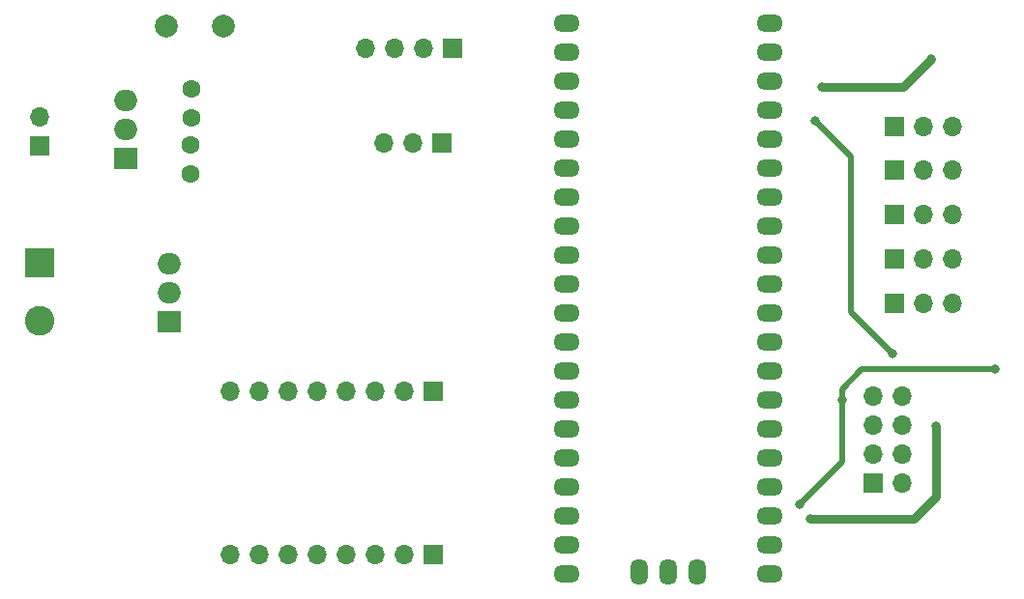
<source format=gbr>
%TF.GenerationSoftware,KiCad,Pcbnew,(6.0.6)*%
%TF.CreationDate,2022-09-26T11:51:03+02:00*%
%TF.ProjectId,pico_w_rover,7069636f-5f77-45f7-926f-7665722e6b69,rev?*%
%TF.SameCoordinates,Original*%
%TF.FileFunction,Copper,L1,Top*%
%TF.FilePolarity,Positive*%
%FSLAX46Y46*%
G04 Gerber Fmt 4.6, Leading zero omitted, Abs format (unit mm)*
G04 Created by KiCad (PCBNEW (6.0.6)) date 2022-09-26 11:51:03*
%MOMM*%
%LPD*%
G01*
G04 APERTURE LIST*
%TA.AperFunction,ComponentPad*%
%ADD10R,1.700000X1.700000*%
%TD*%
%TA.AperFunction,ComponentPad*%
%ADD11O,1.700000X1.700000*%
%TD*%
%TA.AperFunction,ComponentPad*%
%ADD12C,1.600000*%
%TD*%
%TA.AperFunction,ComponentPad*%
%ADD13C,2.000000*%
%TD*%
%TA.AperFunction,ComponentPad*%
%ADD14O,2.300000X1.524000*%
%TD*%
%TA.AperFunction,ComponentPad*%
%ADD15O,1.524000X2.300000*%
%TD*%
%TA.AperFunction,ComponentPad*%
%ADD16R,2.000000X1.905000*%
%TD*%
%TA.AperFunction,ComponentPad*%
%ADD17O,2.000000X1.905000*%
%TD*%
%TA.AperFunction,ComponentPad*%
%ADD18R,2.600000X2.600000*%
%TD*%
%TA.AperFunction,ComponentPad*%
%ADD19C,2.600000*%
%TD*%
%TA.AperFunction,ViaPad*%
%ADD20C,0.800000*%
%TD*%
%TA.AperFunction,Conductor*%
%ADD21C,0.508000*%
%TD*%
%TA.AperFunction,Conductor*%
%ADD22C,0.762000*%
%TD*%
G04 APERTURE END LIST*
D10*
%TO.P,S2,1,Pin_1*%
%TO.N,S2*%
X182350066Y-89200185D03*
D11*
%TO.P,S2,2,Pin_2*%
%TO.N,+5V*%
X184890066Y-89200185D03*
%TO.P,S2,3,Pin_3*%
%TO.N,GND*%
X187430066Y-89200185D03*
%TD*%
D10*
%TO.P,S6,1,Pin_1*%
%TO.N,S6*%
X142744794Y-79009677D03*
D11*
%TO.P,S6,2,Pin_2*%
%TO.N,+5V*%
X140204794Y-79009677D03*
%TO.P,S6,3,Pin_3*%
%TO.N,GND*%
X137664794Y-79009677D03*
%TD*%
D10*
%TO.P,NRF24L1,1,Pin_1*%
%TO.N,MISO*%
X180480000Y-108870000D03*
D11*
%TO.P,NRF24L1,2,Pin_2*%
%TO.N,IRQ*%
X183020000Y-108870000D03*
%TO.P,NRF24L1,3,Pin_3*%
%TO.N,SCK*%
X180480000Y-106330000D03*
%TO.P,NRF24L1,4,Pin_4*%
%TO.N,MOSI*%
X183020000Y-106330000D03*
%TO.P,NRF24L1,5,Pin_5*%
%TO.N,CE*%
X180480000Y-103790000D03*
%TO.P,NRF24L1,6,Pin_6*%
%TO.N,CNS*%
X183020000Y-103790000D03*
%TO.P,NRF24L1,7,Pin_7*%
%TO.N,GND*%
X180480000Y-101250000D03*
%TO.P,NRF24L1,8,Pin_8*%
%TO.N,+3V3*%
X183020000Y-101250000D03*
%TD*%
D10*
%TO.P,DRV2,1,Pin_1*%
%TO.N,GND*%
X142001709Y-115081334D03*
D11*
%TO.P,DRV2,2,Pin_2*%
%TO.N,+5V*%
X139461709Y-115081334D03*
%TO.P,DRV2,3,Pin_3*%
%TO.N,DRV2_ENB*%
X136921709Y-115081334D03*
%TO.P,DRV2,4,Pin_4*%
%TO.N,DRV2_IN4*%
X134381709Y-115081334D03*
%TO.P,DRV2,5,Pin_5*%
%TO.N,DRV2_IN3*%
X131841709Y-115081334D03*
%TO.P,DRV2,6,Pin_6*%
%TO.N,DRV2_IN2*%
X129301709Y-115081334D03*
%TO.P,DRV2,7,Pin_7*%
%TO.N,DRV2_IN1*%
X126761709Y-115081334D03*
%TO.P,DRV2,8,Pin_8*%
%TO.N,DRV2_ENA*%
X124221709Y-115081334D03*
%TD*%
D12*
%TO.P,C2,1*%
%TO.N,+12V*%
X120774938Y-81744299D03*
%TO.P,C2,2*%
%TO.N,GND*%
X120774938Y-79244299D03*
%TD*%
D10*
%TO.P,S5,1,Pin_1*%
%TO.N,S5*%
X182350066Y-77568768D03*
D11*
%TO.P,S5,2,Pin_2*%
%TO.N,+5V*%
X184890066Y-77568768D03*
%TO.P,S5,3,Pin_3*%
%TO.N,GND*%
X187430066Y-77568768D03*
%TD*%
D10*
%TO.P,S4,1,Pin_1*%
%TO.N,S4*%
X182350066Y-81445907D03*
D11*
%TO.P,S4,2,Pin_2*%
%TO.N,+5V*%
X184890066Y-81445907D03*
%TO.P,S4,3,Pin_3*%
%TO.N,GND*%
X187430066Y-81445907D03*
%TD*%
D13*
%TO.P,C1,1*%
%TO.N,+5V*%
X123615284Y-68762940D03*
%TO.P,C1,2*%
%TO.N,GND*%
X118615284Y-68762940D03*
%TD*%
D10*
%TO.P,S3,1,Pin_1*%
%TO.N,S3*%
X182350066Y-85323046D03*
D11*
%TO.P,S3,2,Pin_2*%
%TO.N,+5V*%
X184890066Y-85323046D03*
%TO.P,S3,3,Pin_3*%
%TO.N,GND*%
X187430066Y-85323046D03*
%TD*%
D10*
%TO.P,PWR1,1,Pin_1*%
%TO.N,+12V*%
X107554470Y-79330594D03*
D11*
%TO.P,PWR1,2,Pin_2*%
%TO.N,GND*%
X107554470Y-76790594D03*
%TD*%
D10*
%TO.P,DRV1,1,Pin_1*%
%TO.N,GND*%
X142001709Y-100841334D03*
D11*
%TO.P,DRV1,2,Pin_2*%
%TO.N,+5V*%
X139461709Y-100841334D03*
%TO.P,DRV1,3,Pin_3*%
%TO.N,DRV1_ENB*%
X136921709Y-100841334D03*
%TO.P,DRV1,4,Pin_4*%
%TO.N,DRV1_IN4*%
X134381709Y-100841334D03*
%TO.P,DRV1,5,Pin_5*%
%TO.N,DRV1_IN3*%
X131841709Y-100841334D03*
%TO.P,DRV1,6,Pin_6*%
%TO.N,DRV1_IN2*%
X129301709Y-100841334D03*
%TO.P,DRV1,7,Pin_7*%
%TO.N,DRV1_IN1*%
X126761709Y-100841334D03*
%TO.P,DRV1,8,Pin_8*%
%TO.N,DRV1_ENA*%
X124221709Y-100841334D03*
%TD*%
D10*
%TO.P,HCSR4,1,Pin_1*%
%TO.N,+5V*%
X143676567Y-70718025D03*
D11*
%TO.P,HCSR4,2,Pin_2*%
%TO.N,TRIG*%
X141136567Y-70718025D03*
%TO.P,HCSR4,3,Pin_3*%
%TO.N,ECHO*%
X138596567Y-70718025D03*
%TO.P,HCSR4,4,Pin_4*%
%TO.N,GND*%
X136056567Y-70718025D03*
%TD*%
D10*
%TO.P,S1,1,Pin_1*%
%TO.N,S1*%
X182350066Y-93077324D03*
D11*
%TO.P,S1,2,Pin_2*%
%TO.N,+5V*%
X184890066Y-93077324D03*
%TO.P,S1,3,Pin_3*%
%TO.N,GND*%
X187430066Y-93077324D03*
%TD*%
D14*
%TO.P,U1,1,GP0*%
%TO.N,TRIG*%
X153670000Y-68580000D03*
%TO.P,U1,2,GP1*%
%TO.N,ECHO*%
X153670000Y-71120000D03*
%TO.P,U1,3,GND*%
%TO.N,GND*%
X153670000Y-73660000D03*
%TO.P,U1,4,GP2*%
%TO.N,S6*%
X153670000Y-76200000D03*
%TO.P,U1,5,GP3*%
%TO.N,HP1*%
X153670000Y-78740000D03*
%TO.P,U1,6,GP4*%
%TO.N,DRV1_ENA*%
X153670000Y-81280000D03*
%TO.P,U1,7,GP5*%
%TO.N,DRV1_IN1*%
X153670000Y-83820000D03*
%TO.P,U1,8,GND*%
%TO.N,GND*%
X153670000Y-86360000D03*
%TO.P,U1,9,GP6*%
%TO.N,DRV1_IN2*%
X153670000Y-88900000D03*
%TO.P,U1,10,GP7*%
%TO.N,DRV1_IN3*%
X153670000Y-91440000D03*
%TO.P,U1,11,GP8*%
%TO.N,DRV1_IN4*%
X153670000Y-93980000D03*
%TO.P,U1,12,GP9*%
%TO.N,DRV1_ENB*%
X153670000Y-96520000D03*
%TO.P,U1,13,GND*%
%TO.N,GND*%
X153670000Y-99060000D03*
%TO.P,U1,14,GP10*%
%TO.N,DRV2_ENA*%
X153670000Y-101600000D03*
%TO.P,U1,15,GP11*%
%TO.N,DRV2_IN1*%
X153670000Y-104140000D03*
%TO.P,U1,16,GP12*%
%TO.N,DRV2_IN2*%
X153670000Y-106680000D03*
%TO.P,U1,17,GP13*%
%TO.N,DRV2_IN3*%
X153670000Y-109220000D03*
%TO.P,U1,18,GND*%
%TO.N,GND*%
X153670000Y-111760000D03*
%TO.P,U1,19,GP14*%
%TO.N,DRV2_IN4*%
X153670000Y-114300000D03*
%TO.P,U1,20,GP15*%
%TO.N,DRV2_ENB*%
X153670000Y-116840000D03*
%TO.P,U1,21,GP16*%
%TO.N,MISO*%
X171450000Y-116840000D03*
%TO.P,U1,22,GP17*%
%TO.N,CNS*%
X171450000Y-114300000D03*
%TO.P,U1,23,GND*%
%TO.N,GND*%
X171450000Y-111760000D03*
%TO.P,U1,24,GP18*%
%TO.N,SCK*%
X171450000Y-109220000D03*
%TO.P,U1,25,GP19*%
%TO.N,MOSI*%
X171450000Y-106680000D03*
%TO.P,U1,26,GP20*%
%TO.N,CE*%
X171450000Y-104140000D03*
%TO.P,U1,27,GP21*%
%TO.N,S1*%
X171450000Y-101600000D03*
%TO.P,U1,28,GND*%
%TO.N,GND*%
X171450000Y-99060000D03*
%TO.P,U1,29,GP22*%
%TO.N,S2*%
X171450000Y-96520000D03*
%TO.P,U1,30,RUN*%
%TO.N,unconnected-(U1-Pad30)*%
X171450000Y-93980000D03*
%TO.P,U1,31,GP26*%
%TO.N,S3*%
X171450000Y-91440000D03*
%TO.P,U1,32,GP27*%
%TO.N,S4*%
X171450000Y-88900000D03*
%TO.P,U1,33,GND*%
%TO.N,GND*%
X171450000Y-86360000D03*
%TO.P,U1,34,GP28*%
%TO.N,S5*%
X171450000Y-83820000D03*
%TO.P,U1,35,ADC_VREF*%
%TO.N,unconnected-(U1-Pad35)*%
X171450000Y-81280000D03*
%TO.P,U1,36,3V3(OUT)*%
%TO.N,+3V3*%
X171450000Y-78740000D03*
%TO.P,U1,37,3V3_EN*%
%TO.N,unconnected-(U1-Pad37)*%
X171450000Y-76200000D03*
%TO.P,U1,38,GND*%
%TO.N,GND*%
X171450000Y-73660000D03*
%TO.P,U1,39,VSYS*%
%TO.N,+5V*%
X171450000Y-71120000D03*
%TO.P,U1,40,VBUS*%
%TO.N,unconnected-(U1-Pad40)*%
X171450000Y-68580000D03*
D15*
%TO.P,U1,41,SWCLK*%
%TO.N,unconnected-(U1-Pad41)*%
X160020000Y-116610000D03*
%TO.P,U1,42,GND*%
%TO.N,unconnected-(U1-Pad42)*%
X162560000Y-116610000D03*
%TO.P,U1,43,SWDIO*%
%TO.N,unconnected-(U1-Pad43)*%
X165100000Y-116610000D03*
%TD*%
D16*
%TO.P,Q1,1,G*%
%TO.N,Net-(Q1-Pad1)*%
X118910864Y-94744963D03*
D17*
%TO.P,Q1,2,D*%
%TO.N,Net-(J1-Pad2)*%
X118910864Y-92204963D03*
%TO.P,Q1,3,S*%
%TO.N,GND*%
X118910864Y-89664963D03*
%TD*%
D16*
%TO.P,U2,1,IN*%
%TO.N,+12V*%
X115065210Y-80425927D03*
D17*
%TO.P,U2,2,GND*%
%TO.N,GND*%
X115065210Y-77885927D03*
%TO.P,U2,3,OUT*%
%TO.N,+5V*%
X115065210Y-75345927D03*
%TD*%
D18*
%TO.P,J1,1,Pin_1*%
%TO.N,+12V*%
X107500000Y-89530000D03*
D19*
%TO.P,J1,2,Pin_2*%
%TO.N,Net-(J1-Pad2)*%
X107500000Y-94610000D03*
%TD*%
D12*
%TO.P,C3,1*%
%TO.N,+5V*%
X120811630Y-74346299D03*
%TO.P,C3,2*%
%TO.N,GND*%
X120811630Y-76846299D03*
%TD*%
D20*
%TO.N,GND*%
X191185775Y-98899415D03*
X174048419Y-110733473D03*
X185569418Y-71694277D03*
X177800000Y-101600000D03*
X176067250Y-74103277D03*
%TO.N,CNS*%
X186055890Y-103819221D03*
X175015464Y-111958271D03*
%TO.N,+3V3*%
X182194376Y-97515794D03*
X175469250Y-77139667D03*
%TD*%
D21*
%TO.N,GND*%
X191185775Y-98899415D02*
X179509903Y-98899415D01*
X177800000Y-101600000D02*
X177800000Y-106981892D01*
X177800000Y-100609318D02*
X177800000Y-101600000D01*
D22*
X183160418Y-74103277D02*
X185569418Y-71694277D01*
D21*
X177800000Y-106981892D02*
X174048419Y-110733473D01*
D22*
X176067250Y-74103277D02*
X183160418Y-74103277D01*
D21*
X179509903Y-98899415D02*
X177800000Y-100609318D01*
D22*
%TO.N,+12V*%
X107500000Y-79385064D02*
X107554470Y-79330594D01*
D21*
%TO.N,CE*%
X180130000Y-104140000D02*
X180480000Y-103790000D01*
X171800000Y-103790000D02*
X171450000Y-104140000D01*
D22*
%TO.N,MISO*%
X180480000Y-109080000D02*
X180480000Y-108870000D01*
%TO.N,CNS*%
X184093398Y-111958271D02*
X175015464Y-111958271D01*
X183049221Y-103819221D02*
X183020000Y-103790000D01*
X186055890Y-109995779D02*
X184093398Y-111958271D01*
X186055890Y-103819221D02*
X186055890Y-109995779D01*
D21*
%TO.N,+3V3*%
X182194376Y-97515794D02*
X178547530Y-93868948D01*
X178547530Y-80217947D02*
X175469250Y-77139667D01*
X178547530Y-93868948D02*
X178547530Y-80217947D01*
%TD*%
M02*

</source>
